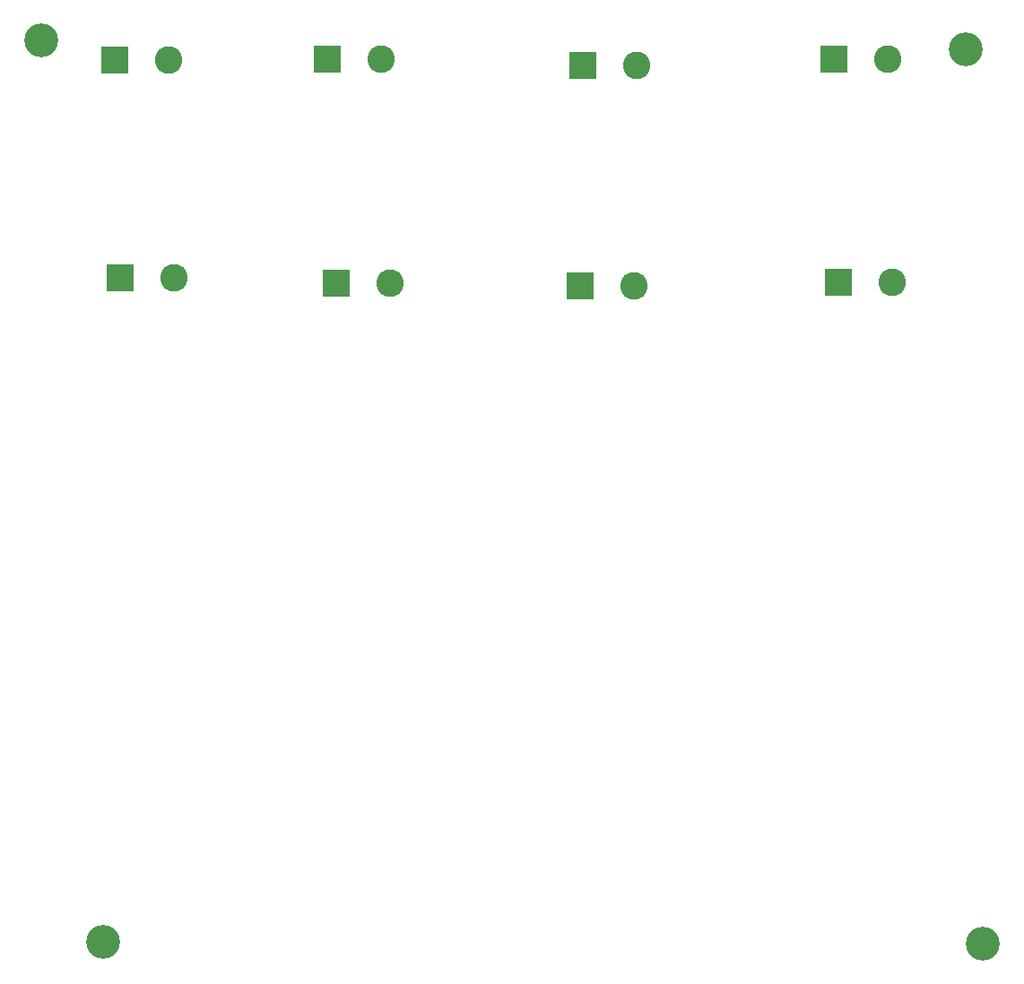
<source format=gbr>
G04 #@! TF.GenerationSoftware,KiCad,Pcbnew,8.0.4*
G04 #@! TF.CreationDate,2024-10-22T20:33:19-05:00*
G04 #@! TF.ProjectId,PCB_split,5043425f-7370-46c6-9974-2e6b69636164,rev?*
G04 #@! TF.SameCoordinates,Original*
G04 #@! TF.FileFunction,Soldermask,Bot*
G04 #@! TF.FilePolarity,Negative*
%FSLAX46Y46*%
G04 Gerber Fmt 4.6, Leading zero omitted, Abs format (unit mm)*
G04 Created by KiCad (PCBNEW 8.0.4) date 2024-10-22 20:33:19*
%MOMM*%
%LPD*%
G01*
G04 APERTURE LIST*
%ADD10C,3.200000*%
%ADD11R,2.600000X2.600000*%
%ADD12C,2.600000*%
G04 APERTURE END LIST*
D10*
G04 #@! TO.C,H4*
X182245000Y-125476000D03*
G04 #@! TD*
D11*
G04 #@! TO.C,J6*
X144202150Y-63373000D03*
D12*
X149282150Y-63373000D03*
G04 #@! TD*
D10*
G04 #@! TO.C,H2*
X180594000Y-41021000D03*
G04 #@! TD*
D12*
G04 #@! TO.C,J7*
X173285150Y-41910000D03*
D11*
X168205150Y-41910000D03*
G04 #@! TD*
G04 #@! TO.C,J4*
X121215150Y-63119000D03*
D12*
X126295150Y-63119000D03*
G04 #@! TD*
D11*
G04 #@! TO.C,J2*
X100768150Y-62611000D03*
D12*
X105848150Y-62611000D03*
G04 #@! TD*
G04 #@! TO.C,J5*
X149531150Y-42469000D03*
D11*
X144451150Y-42469000D03*
G04 #@! TD*
D12*
G04 #@! TO.C,J1*
X105335150Y-41961000D03*
D11*
X100255150Y-41961000D03*
G04 #@! TD*
G04 #@! TO.C,J8*
X168586150Y-62992000D03*
D12*
X173666150Y-62992000D03*
G04 #@! TD*
G04 #@! TO.C,J3*
X125406150Y-41910000D03*
D11*
X120326150Y-41910000D03*
G04 #@! TD*
D10*
G04 #@! TO.C,H1*
X93345000Y-40132000D03*
G04 #@! TD*
G04 #@! TO.C,H3*
X99187000Y-125349000D03*
G04 #@! TD*
M02*

</source>
